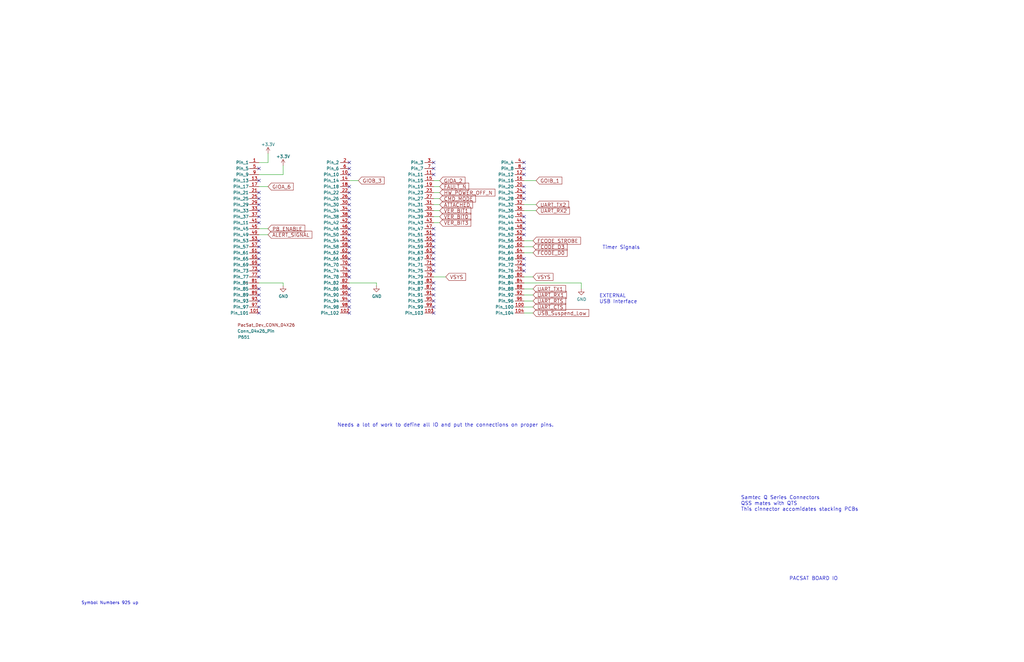
<source format=kicad_sch>
(kicad_sch (version 20230121) (generator eeschema)
  (paper "USLedger")
  (title_block (title "Radiation Tolerant PacSat Communication") (date "2023-06-17") (rev "A") (company "AMSAT-NA") (comment 1 "N5BRG"))
  (lib_symbols
    (symbol "PACSAT_DEV_misc:Conn_PC104"
      (property "Reference" "P651" (at -6.35 -10.16 0))
      (property "Value" "Conn_04x26_Pin" (at -1.27 -7.62 0))
      (symbol "Conn_PC104_1_1"
        (polyline (pts (xy -4.4344 12.7411) (xy -5.7044 12.7411)))
        (polyline (pts (xy -3.81 0) (xy -4.2164 0)) (stroke (width 0.1524)))
        (polyline (pts (xy -3.81 2.54) (xy -4.2164 2.54)) (stroke (width 0.1524)))
        (polyline (pts (xy -3.81 5.08) (xy -4.2164 5.08)) (stroke (width 0.1524)))
        (polyline (pts (xy -3.81 7.62) (xy -4.2164 7.62)) (stroke (width 0.1524)))
        (polyline (pts (xy -3.81 10.16) (xy -4.2164 10.16)) (stroke (width 0.1524)))
        (polyline (pts (xy -3.81 12.7) (xy -4.2164 12.7)) (stroke (width 0.1524)))
        (polyline (pts (xy -3.81 15.24) (xy -4.2164 15.24)) (stroke (width 0.1524)))
        (polyline (pts (xy -3.81 17.78) (xy -4.2164 17.78)) (stroke (width 0.1524)))
        (polyline (pts (xy -3.81 20.32) (xy -4.2164 20.32)) (stroke (width 0.1524)))
        (polyline (pts (xy -3.81 22.86) (xy -4.2164 22.86)) (stroke (width 0.1524)))
        (polyline (pts (xy -3.81 25.4) (xy -4.2164 25.4)) (stroke (width 0.1524)))
        (polyline (pts (xy -3.81 27.94) (xy -4.2164 27.94)) (stroke (width 0.1524)))
        (polyline (pts (xy -3.81 30.48) (xy -4.2164 30.48)) (stroke (width 0.1524)))
        (polyline (pts (xy -3.81 33.02) (xy -4.2164 33.02)) (stroke (width 0.1524)))
        (polyline (pts (xy -3.81 35.56) (xy -4.2164 35.56)) (stroke (width 0.1524)))
        (polyline (pts (xy -3.81 38.1) (xy -4.2164 38.1)) (stroke (width 0.1524)))
        (polyline (pts (xy -3.81 40.64) (xy -4.2164 40.64)) (stroke (width 0.1524)))
        (polyline (pts (xy -3.81 43.18) (xy -4.2164 43.18)) (stroke (width 0.1524)))
        (polyline (pts (xy -3.81 45.72) (xy -4.2164 45.72)) (stroke (width 0.1524)))
        (polyline (pts (xy -3.81 48.26) (xy -4.2164 48.26)) (stroke (width 0.1524)))
        (polyline (pts (xy -3.81 50.8) (xy -4.2164 50.8)) (stroke (width 0.1524)))
        (polyline (pts (xy -3.81 53.34) (xy -4.2164 53.34)) (stroke (width 0.1524)))
        (polyline (pts (xy -3.81 55.88) (xy -4.2164 55.88)) (stroke (width 0.1524)))
        (polyline (pts (xy -3.81 58.42) (xy -4.2164 58.42)) (stroke (width 0.1524)))
        (polyline (pts (xy -3.81 60.96) (xy -4.2164 60.96)) (stroke (width 0.1524)))
        (polyline (pts (xy -3.81 63.5) (xy -4.2164 63.5)) (stroke (width 0.1524)))
        (text "PacSat_Dev_CONN_04X26" (at 3.048 -5.08 0) (effects (font (size 1.27 1.27))))
        (pin passive line (at 0 63.5 180) (length 3.81) (name "Pin_1") (number "1"))
        (pin passive line (at 38.1 58.42 180) (length 3.81) (name "Pin_10") (number "10"))
        (pin passive line (at 111.76 2.54 180) (length 3.81) (name "Pin_100") (number "100"))
        (pin passive line (at 0 0 180) (length 3.81) (name "Pin_101") (number "101"))
        (pin passive line (at 38.1 0 180) (length 3.81) (name "Pin_102") (number "102"))
        (pin passive line (at 73.66 0 180) (length 3.81) (name "Pin_103") (number "103"))
        (pin passive line (at 111.76 0 180) (length 3.81) (name "Pin_104") (number "104"))
        (pin passive line (at 73.66 58.42 180) (length 3.81) (name "Pin_11") (number "11"))
        (pin passive line (at 111.76 58.42 180) (length 3.81) (name "Pin_12") (number "12"))
        (pin passive line (at 0 55.88 180) (length 3.81) (name "Pin_13") (number "13"))
        (pin passive line (at 38.1 55.88 180) (length 3.81) (name "Pin_14") (number "14"))
        (pin passive line (at 73.66 55.88 180) (length 3.81) (name "Pin_15") (number "15"))
        (pin passive line (at 111.76 55.88 180) (length 3.81) (name "Pin_16") (number "16"))
        (pin passive line (at 0 53.34 180) (length 3.81) (name "Pin_17") (number "17"))
        (pin passive line (at 38.1 53.34 180) (length 3.81) (name "Pin_18") (number "18"))
        (pin passive line (at 73.66 53.34 180) (length 3.81) (name "Pin_19") (number "19"))
        (pin passive line (at 38.1 63.5 180) (length 3.81) (name "Pin_2") (number "2"))
        (pin passive line (at 111.76 53.34 180) (length 3.81) (name "Pin_20") (number "20"))
        (pin passive line (at 0 50.8 180) (length 3.81) (name "Pin_21") (number "21"))
        (pin passive line (at 38.1 50.8 180) (length 3.81) (name "Pin_22") (number "22"))
        (pin passive line (at 73.66 50.8 180) (length 3.81) (name "Pin_23") (number "23"))
        (pin passive line (at 111.76 50.8 180) (length 3.81) (name "Pin_24") (number "24"))
        (pin passive line (at 0 48.26 180) (length 3.81) (name "Pin_25") (number "25"))
        (pin passive line (at 38.1 48.26 180) (length 3.81) (name "Pin_26") (number "26"))
        (pin passive line (at 73.66 48.26 180) (length 3.81) (name "Pin_27") (number "27"))
        (pin passive line (at 111.76 48.26 180) (length 3.81) (name "Pin_28") (number "28"))
        (pin passive line (at 0 45.72 180) (length 3.81) (name "Pin_29") (number "29"))
        (pin passive line (at 73.66 63.5 180) (length 3.81) (name "Pin_3") (number "3"))
        (pin passive line (at 38.1 45.72 180) (length 3.81) (name "Pin_30") (number "30"))
        (pin passive line (at 73.66 45.72 180) (length 3.81) (name "Pin_31") (number "31"))
        (pin passive line (at 111.76 45.72 180) (length 3.81) (name "Pin_32") (number "32"))
        (pin passive line (at 0 43.18 180) (length 3.81) (name "Pin_33") (number "33"))
        (pin passive line (at 38.1 43.18 180) (length 3.81) (name "Pin_34") (number "34"))
        (pin passive line (at 73.66 43.18 180) (length 3.81) (name "Pin_35") (number "35"))
        (pin passive line (at 111.76 43.18 180) (length 3.81) (name "Pin_36") (number "36"))
        (pin passive line (at 0 40.64 180) (length 3.81) (name "Pin_37") (number "37"))
        (pin passive line (at 38.1 40.64 180) (length 3.81) (name "Pin_38") (number "38"))
        (pin passive line (at 73.66 40.64 180) (length 3.81) (name "Pin_39") (number "39"))
        (pin passive line (at 111.76 63.5 180) (length 3.81) (name "Pin_4") (number "4"))
        (pin passive line (at 111.76 40.64 180) (length 3.81) (name "Pin_40") (number "40"))
        (pin passive line (at 0 38.1 180) (length 3.81) (name "Pin_11") (number "41"))
        (pin passive line (at 38.1 38.1 180) (length 3.81) (name "Pin_42") (number "42"))
        (pin passive line (at 73.66 38.1 180) (length 3.81) (name "Pin_43") (number "43"))
        (pin passive line (at 111.76 38.1 180) (length 3.81) (name "Pin_44") (number "44"))
        (pin passive line (at 0 35.56 180) (length 3.81) (name "Pin_45") (number "45"))
        (pin passive line (at 38.1 35.56 180) (length 3.81) (name "Pin_46") (number "46"))
        (pin passive line (at 73.66 35.56 180) (length 3.81) (name "Pin_47") (number "47"))
        (pin passive line (at 111.76 35.56 180) (length 3.81) (name "Pin_48") (number "48"))
        (pin passive line (at 0 33.02 180) (length 3.81) (name "Pin_49") (number "49"))
        (pin passive line (at 0 60.96 180) (length 3.81) (name "Pin_5") (number "5"))
        (pin passive line (at 38.1 33.02 180) (length 3.81) (name "Pin_50") (number "50"))
        (pin passive line (at 73.66 33.02 180) (length 3.81) (name "Pin_51") (number "51"))
        (pin passive line (at 111.76 33.02 180) (length 3.81) (name "Pin_52") (number "52"))
        (pin passive line (at 0 30.48 180) (length 3.81) (name "Pin_53") (number "53"))
        (pin passive line (at 38.1 30.48 180) (length 3.81) (name "Pin_54") (number "54"))
        (pin passive line (at 73.66 30.48 180) (length 3.81) (name "Pin_55") (number "55"))
        (pin passive line (at 111.76 30.48 180) (length 3.81) (name "Pin_56") (number "56"))
        (pin passive line (at 0 27.94 180) (length 3.81) (name "Pin_57") (number "57"))
        (pin passive line (at 38.1 27.94 180) (length 3.81) (name "Pin_58") (number "58"))
        (pin passive line (at 73.66 27.94 180) (length 3.81) (name "Pin_59") (number "59"))
        (pin passive line (at 38.1 60.96 180) (length 3.81) (name "Pin_6") (number "6"))
        (pin passive line (at 111.76 27.94 180) (length 3.81) (name "Pin_60") (number "60"))
        (pin passive line (at 0 25.4 180) (length 3.81) (name "Pin_61") (number "61"))
        (pin passive line (at 38.1 25.4 180) (length 3.81) (name "Pin_62") (number "62"))
        (pin passive line (at 73.66 25.4 180) (length 3.81) (name "Pin_63") (number "63"))
        (pin passive line (at 111.76 25.4 180) (length 3.81) (name "Pin_64") (number "64"))
        (pin passive line (at 0 22.86 180) (length 3.81) (name "Pin_65") (number "65"))
        (pin passive line (at 38.1 22.86 180) (length 3.81) (name "Pin_66") (number "66"))
        (pin passive line (at 73.66 22.86 180) (length 3.81) (name "Pin_67") (number "67"))
        (pin passive line (at 111.76 22.86 180) (length 3.81) (name "Pin_68") (number "68"))
        (pin passive line (at 0 20.32 180) (length 3.81) (name "Pin_69") (number "69"))
        (pin passive line (at 73.66 60.96 180) (length 3.81) (name "Pin_7") (number "7"))
        (pin passive line (at 38.1 20.32 180) (length 3.81) (name "Pin_70") (number "70"))
        (pin passive line (at 73.66 20.32 180) (length 3.81) (name "Pin_71") (number "71"))
        (pin passive line (at 111.76 20.32 180) (length 3.81) (name "Pin_72") (number "72"))
        (pin passive line (at 0 17.78 180) (length 3.81) (name "Pin_73") (number "73"))
        (pin passive line (at 38.1 17.78 180) (length 3.81) (name "Pin_74") (number "74"))
        (pin passive line (at 73.66 17.78 180) (length 3.81) (name "Pin_75") (number "75"))
        (pin passive line (at 111.76 17.78 180) (length 3.81) (name "Pin_76") (number "76"))
        (pin passive line (at 0 15.24 180) (length 3.81) (name "Pin_77") (number "77"))
        (pin passive line (at 38.1 15.24 180) (length 3.81) (name "Pin_78") (number "78"))
        (pin passive line (at 73.66 15.24 180) (length 3.81) (name "Pin_79") (number "79"))
        (pin passive line (at 111.76 60.96 180) (length 3.81) (name "Pin_8") (number "8"))
        (pin passive line (at 111.76 15.24 180) (length 3.81) (name "Pin_80") (number "80"))
        (pin passive line (at 0 12.7 180) (length 3.81) (name "Pin_81") (number "81"))
        (pin passive line (at 38.1 12.7 180) (length 3.81) (name "Pin_82") (number "82"))
        (pin passive line (at 73.66 12.7 180) (length 3.81) (name "Pin_83") (number "83"))
        (pin passive line (at 111.76 12.7 180) (length 3.81) (name "Pin_84") (number "84"))
        (pin passive line (at 0 10.16 180) (length 3.81) (name "Pin_85") (number "85"))
        (pin passive line (at 38.1 10.16 180) (length 3.81) (name "Pin_86") (number "86"))
        (pin passive line (at 73.66 10.16 180) (length 3.81) (name "Pin_87") (number "87"))
        (pin passive line (at 111.76 10.16 180) (length 3.81) (name "Pin_88") (number "88"))
        (pin passive line (at 0 7.62 180) (length 3.81) (name "Pin_89") (number "89"))
        (pin passive line (at 0 58.42 180) (length 3.81) (name "Pin_9") (number "9"))
        (pin passive line (at 38.1 7.62 180) (length 3.81) (name "Pin_90") (number "90"))
        (pin passive line (at 73.66 7.62 180) (length 3.81) (name "Pin_91") (number "91"))
        (pin passive line (at 111.76 7.62 180) (length 3.81) (name "Pin_92") (number "92"))
        (pin passive line (at 0 5.08 180) (length 3.81) (name "Pin_93") (number "93"))
        (pin passive line (at 38.1 5.08 180) (length 3.81) (name "Pin_94") (number "94"))
        (pin passive line (at 73.66 5.08 180) (length 3.81) (name "Pin_95") (number "95"))
        (pin passive line (at 111.76 5.08 180) (length 3.81) (name "Pin_96") (number "96"))
        (pin passive line (at 0 2.54 180) (length 3.81) (name "Pin_97") (number "97"))
        (pin passive line (at 38.1 2.54 180) (length 3.81) (name "Pin_98") (number "98"))
        (pin passive line (at 73.66 2.54 180) (length 3.81) (name "Pin_99") (number "99"))
      )
    )
    (symbol "power:+3.3V" (power) (pin_names (offset 0))
      (property "Value" "+3.3V" (at 0 3.556 0))
      (symbol "+3.3V_0_1"
        (polyline (pts (xy -0.762 1.27) (xy 0 2.54)))
        (polyline (pts (xy 0 0) (xy 0 2.54)))
        (polyline (pts (xy 0 2.54) (xy 0.762 1.27)))
      )
      (symbol "+3.3V_1_1"
        (pin power_in line (at 0 0 90) (length 0) hide (name "+3.3V") (number "1"))
      )
    )
    (symbol "power:GND" (power) (pin_names (offset 0))
      (property "Value" "GND" (at 0 -3.81 0))
      (symbol "GND_0_1"
        (polyline (pts (xy 0 0) (xy 0 -1.27) (xy 1.27 -1.27) (xy 0 -2.54) (xy -1.27 -1.27) (xy 0 -1.27)))
      )
      (symbol "GND_1_1"
        (pin power_in line (at 0 0 270) (length 0) hide (name "GND") (number "1"))
      )
    )
  )
  (no_connect (at 109.22 104.14))
  (no_connect (at 182.88 106.68))
  (no_connect (at 182.88 73.66))
  (no_connect (at 147.32 124.46))
  (no_connect (at 109.22 111.76))
  (no_connect (at 147.32 109.22))
  (no_connect (at 220.98 73.66))
  (no_connect (at 147.32 111.76))
  (no_connect (at 182.88 71.12))
  (no_connect (at 147.32 129.54))
  (no_connect (at 147.32 106.68))
  (no_connect (at 182.88 124.46))
  (no_connect (at 109.22 88.9))
  (no_connect (at 182.88 109.22))
  (no_connect (at 182.88 99.06))
  (no_connect (at 220.98 68.58))
  (no_connect (at 220.98 99.06))
  (no_connect (at 182.88 114.3))
  (no_connect (at 182.88 111.76))
  (no_connect (at 182.88 119.38))
  (no_connect (at 220.98 96.52))
  (no_connect (at 182.88 68.58))
  (no_connect (at 147.32 68.58))
  (no_connect (at 147.32 96.52))
  (no_connect (at 109.22 76.2))
  (no_connect (at 147.32 127))
  (no_connect (at 109.22 101.6))
  (no_connect (at 182.88 101.6))
  (no_connect (at 147.32 78.74))
  (no_connect (at 147.32 116.84))
  (no_connect (at 147.32 88.9))
  (no_connect (at 220.98 91.44))
  (no_connect (at 147.32 114.3))
  (no_connect (at 109.22 116.84))
  (no_connect (at 109.22 124.46))
  (no_connect (at 220.98 78.74))
  (no_connect (at 220.98 71.12))
  (no_connect (at 109.22 114.3))
  (no_connect (at 147.32 83.82))
  (no_connect (at 109.22 91.44))
  (no_connect (at 182.88 121.92))
  (no_connect (at 147.32 132.08))
  (no_connect (at 220.98 83.82))
  (no_connect (at 220.98 111.76))
  (no_connect (at 182.88 132.08))
  (no_connect (at 220.98 109.22))
  (no_connect (at 147.32 91.44))
  (no_connect (at 147.32 71.12))
  (no_connect (at 109.22 106.68))
  (no_connect (at 109.22 127))
  (no_connect (at 147.32 104.14))
  (no_connect (at 109.22 93.98))
  (no_connect (at 109.22 129.54))
  (no_connect (at 109.22 121.92))
  (no_connect (at 109.22 86.36))
  (no_connect (at 147.32 73.66))
  (no_connect (at 147.32 86.36))
  (no_connect (at 182.88 129.54))
  (no_connect (at 182.88 104.14))
  (no_connect (at 182.88 127))
  (no_connect (at 220.98 114.3))
  (no_connect (at 109.22 81.28))
  (no_connect (at 147.32 93.98))
  (no_connect (at 109.22 109.22))
  (no_connect (at 220.98 81.28))
  (no_connect (at 182.88 96.52))
  (no_connect (at 147.32 81.28))
  (no_connect (at 147.32 101.6))
  (no_connect (at 109.22 71.12))
  (no_connect (at 109.22 132.08))
  (no_connect (at 220.98 93.98))
  (no_connect (at 147.32 121.92))
  (no_connect (at 147.32 99.06))
  (no_connect (at 109.22 83.82))
  (wire (pts (xy 182.88 93.98) (xy 185.42 93.98)))
  (wire (pts (xy 182.88 116.84) (xy 187.96 116.84)))
  (wire (pts (xy 182.88 83.82) (xy 185.42 83.82)))
  (wire (pts (xy 182.88 81.28) (xy 185.42 81.28)))
  (wire (pts (xy 220.98 119.38) (xy 245.11 119.38)))
  (wire (pts (xy 220.98 76.2) (xy 226.06 76.2)))
  (wire (pts (xy 109.22 68.58) (xy 113.03 68.58)))
  (wire (pts (xy 109.22 99.06) (xy 113.03 99.06)))
  (wire (pts (xy 109.22 119.38) (xy 119.38 119.38)))
  (wire (pts (xy 220.98 101.6) (xy 224.79 101.6)))
  (wire (pts (xy 109.22 96.52) (xy 113.03 96.52)))
  (wire (pts (xy 182.88 91.44) (xy 185.42 91.44)))
  (wire (pts (xy 182.88 76.2) (xy 185.42 76.2)))
  (wire (pts (xy 113.03 64.77) (xy 113.03 68.58)))
  (wire (pts (xy 109.22 78.74) (xy 113.03 78.74)))
  (wire (pts (xy 220.98 106.68) (xy 224.79 106.68)))
  (wire (pts (xy 158.75 119.38) (xy 158.75 120.65)))
  (wire (pts (xy 220.98 104.14) (xy 224.79 104.14)))
  (wire (pts (xy 220.98 124.46) (xy 224.79 124.46)))
  (wire (pts (xy 220.98 88.9) (xy 226.06 88.9)))
  (wire (pts (xy 119.38 119.38) (xy 119.38 120.65)))
  (wire (pts (xy 220.98 86.36) (xy 226.06 86.36)))
  (wire (pts (xy 220.98 127) (xy 224.79 127)))
  (wire (pts (xy 119.38 69.85) (xy 119.38 73.66)))
  (wire (pts (xy 220.98 116.84) (xy 224.79 116.84)))
  (wire (pts (xy 147.32 76.2) (xy 151.13 76.2)))
  (wire (pts (xy 109.22 73.66) (xy 119.38 73.66)))
  (wire (pts (xy 220.98 121.92) (xy 224.79 121.92)))
  (wire (pts (xy 220.98 129.54) (xy 224.79 129.54)))
  (wire (pts (xy 182.88 86.36) (xy 185.42 86.36)))
  (wire (pts (xy 182.88 88.9) (xy 185.42 88.9)))
  (wire (pts (xy 182.88 78.74) (xy 185.42 78.74)))
  (wire (pts (xy 220.98 132.08) (xy 224.79 132.08)))
  (wire (pts (xy 245.11 119.38) (xy 245.11 121.92)))
  (wire (pts (xy 147.32 119.38) (xy 158.75 119.38)))
  (text "Samtec Q Series Connectors\nQSS mates with QTS\nThis cinnector accomidates stacking PCBs" (at 312.42 215.9 0) (effects (font (size 1.524 1.524)) (justify left bottom)))
  (text "Timer Signals" (at 254 105.41 0) (effects (font (size 1.524 1.524)) (justify left bottom)))
  (text "PACSAT BOARD IO" (at 332.74 245.11 0) (effects (font (size 1.524 1.524)) (justify left bottom)))
  (text "Symbol Numbers 925 up" (at 34.29 255.27 0) (effects (font (size 1.27 1.27)) (justify left bottom)))
  (text "Needs a lot of work to define all IO and put the connections on proper pins." (at 142.24 180.34 0) (effects (font (size 1.524 1.524)) (justify left bottom)))
  (text "EXTERNAL\nUSB Interface" (at 252.73 128.27 0) (effects (font (size 1.524 1.524)) (justify left bottom)))
  (global_label "ALERT_SIGNAL" (shape input) (at 113.03 99.06 0) (effects (font (size 1.524 1.524))) (property "Intersheetrefs" "${INTERSHEET_REFS}" (effects hide)))
  (global_label "PB_ENABLE" (shape input) (at 113.03 96.52 0) (effects (font (size 1.524 1.524))) (property "Intersheetrefs" "${INTERSHEET_REFS}" (effects hide)))
  (global_label "FAULT_N" (shape input) (at 185.42 78.74 0) (effects (font (size 1.524 1.524))) (property "Intersheetrefs" "${INTERSHEET_REFS}" (effects hide)))
  (global_label "GIOB_3" (shape input) (at 151.13 76.2 0) (effects (font (size 1.524 1.524))) (property "Intersheetrefs" "${INTERSHEET_REFS}" (effects hide)))
  (global_label "UART_RTS" (shape input) (at 224.79 127 0) (effects (font (size 1.524 1.524))) (property "Intersheetrefs" "${INTERSHEET_REFS}" (effects hide)))
  (global_label "VER_BIT1" (shape input) (at 185.42 88.9 0) (effects (font (size 1.524 1.524))) (property "Intersheetrefs" "${INTERSHEET_REFS}" (effects hide)))
  (global_label "UART_TX2" (shape input) (at 226.06 86.36 0) (effects (font (size 1.524 1.524))) (property "Intersheetrefs" "${INTERSHEET_REFS}" (effects hide)))
  (global_label "VSYS" (shape input) (at 224.79 116.84 0) (effects (font (size 1.524 1.524))) (property "Intersheetrefs" "${INTERSHEET_REFS}" (effects hide)))
  (global_label "VSYS" (shape input) (at 187.96 116.84 0) (effects (font (size 1.524 1.524))) (property "Intersheetrefs" "${INTERSHEET_REFS}" (effects hide)))
  (global_label "USB_Suspend_Low" (shape input) (at 224.79 132.08 0) (effects (font (size 1.524 1.524))) (property "Intersheetrefs" "${INTERSHEET_REFS}" (effects hide)))
  (global_label "UART_CTS" (shape input) (at 224.79 129.54 0) (effects (font (size 1.524 1.524))) (property "Intersheetrefs" "${INTERSHEET_REFS}" (effects hide)))
  (global_label "CMD_MODE" (shape input) (at 185.42 83.82 0) (effects (font (size 1.524 1.524))) (property "Intersheetrefs" "${INTERSHEET_REFS}" (effects hide)))
  (global_label "FCODE_D0" (shape input) (at 224.79 106.68 0) (effects (font (size 1.524 1.524))) (property "Intersheetrefs" "${INTERSHEET_REFS}" (effects hide)))
  (global_label "GIOA_6" (shape input) (at 113.03 78.74 0) (effects (font (size 1.524 1.524))) (property "Intersheetrefs" "${INTERSHEET_REFS}" (effects hide)))
  (global_label "ATTACHED" (shape input) (at 185.42 86.36 0) (effects (font (size 1.524 1.524))) (property "Intersheetrefs" "${INTERSHEET_REFS}" (effects hide)))
  (global_label "GIOA_2" (shape input) (at 185.42 76.2 0) (effects (font (size 1.524 1.524))) (property "Intersheetrefs" "${INTERSHEET_REFS}" (effects hide)))
  (global_label "FCODE_D3" (shape input) (at 224.79 104.14 0) (effects (font (size 1.524 1.524))) (property "Intersheetrefs" "${INTERSHEET_REFS}" (effects hide)))
  (global_label "UART_RX2" (shape input) (at 226.06 88.9 0) (effects (font (size 1.524 1.524))) (property "Intersheetrefs" "${INTERSHEET_REFS}" (effects hide)))
  (global_label "UART_RX1" (shape input) (at 224.79 124.46 0) (effects (font (size 1.524 1.524))) (property "Intersheetrefs" "${INTERSHEET_REFS}" (effects hide)))
  (global_label "GOIB_1" (shape input) (at 226.06 76.2 0) (effects (font (size 1.524 1.524))) (property "Intersheetrefs" "${INTERSHEET_REFS}" (effects hide)))
  (global_label "VER_BIT3" (shape input) (at 185.42 93.98 0) (effects (font (size 1.524 1.524))) (property "Intersheetrefs" "${INTERSHEET_REFS}" (effects hide)))
  (global_label "HW_POWER_OFF_N" (shape input) (at 185.42 81.28 0) (effects (font (size 1.524 1.524))) (property "Intersheetrefs" "${INTERSHEET_REFS}" (effects hide)))
  (global_label "VER_BIT0" (shape input) (at 185.42 91.44 0) (effects (font (size 1.524 1.524))) (property "Intersheetrefs" "${INTERSHEET_REFS}" (effects hide)))
  (global_label "UART_TX1" (shape input) (at 224.79 121.92 0) (effects (font (size 1.524 1.524))) (property "Intersheetrefs" "${INTERSHEET_REFS}" (effects hide)))
  (global_label "FCODE_STROBE" (shape input) (at 224.79 101.6 0) (effects (font (size 1.524 1.524))) (property "Intersheetrefs" "${INTERSHEET_REFS}" (effects hide)))
  (symbol (lib_id "power:+3.3V") (at 119.38 69.85 0) (unit 1)
    (property "Reference" "#PWR0624" (effects hide))
    (property "Value" "+3.3V" (at 119.38 66.04 0))
  )
  (symbol (lib_id "power:GND") (at 158.75 120.65 0) (unit 1)
    (property "Reference" "#PWR0622" (effects hide))
    (property "Value" "GND" (at 158.877 125.0442 0))
  )
  (symbol (lib_id "power:GND") (at 245.11 121.92 0) (unit 1)
    (property "Reference" "#PWR036" (effects hide))
    (property "Value" "GND" (at 245.237 126.3142 0))
  )
  (symbol (lib_id "power:+3.3V") (at 113.03 64.77 0) (unit 1)
    (property "Reference" "#PWR038" (effects hide))
    (property "Value" "+3.3V" (at 113.03 60.96 0))
  )
  (symbol (lib_id "PACSAT_DEV_misc:Conn_PC104") (at 109.22 132.08 0) (unit 1)
    (property "Reference" "P651" (at 102.87 142.24 0))
    (property "Value" "Conn_04x26_Pin" (at 107.95 139.7 0))
    (property "Footprint" "PacSatDev_misc:PacSat_Dev_4_26" (effects hide))
  )
  (symbol (lib_id "power:GND") (at 119.38 120.65 0) (unit 1)
    (property "Reference" "#PWR0623" (effects hide))
    (property "Value" "GND" (at 119.507 125.0442 0))
  )
)
</source>
